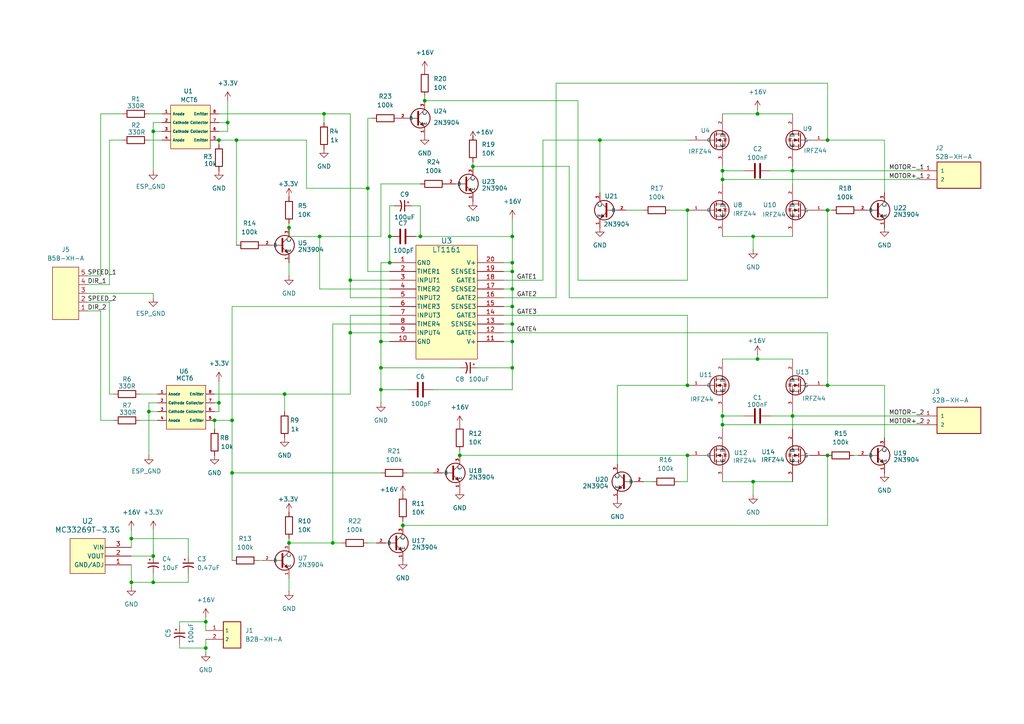
<source format=kicad_sch>
(kicad_sch (version 20250114) (generator "eeschema") (generator_version "9.0")
  (paper "A4")
  (title_block (title "H bridge") (company "ENPH 253 2025 Team 4"))
  (lib_symbols
    (symbol "Device:C" (pin_numbers (hide yes)) (pin_names (offset 0.254))
      (property "Reference" "C" (at 0.635 2.54 0))
      (property "Value" "C" (at 0.635 -2.54 0))
      (symbol "C_0_1"
        (polyline (pts (xy -2.032 0.762) (xy 2.032 0.762)) (stroke (width 0.508)))
        (polyline (pts (xy -2.032 -0.762) (xy 2.032 -0.762)) (stroke (width 0.508)))
      )
      (symbol "C_1_1"
        (pin passive line (at 0 3.81 270) (length 2.794) (name "~") (number "1"))
        (pin passive line (at 0 -3.81 90) (length 2.794) (name "~") (number "2"))
      )
    )
    (symbol "Device:C_Polarized_Small_US" (pin_numbers (hide yes)) (pin_names (offset 0.254) (hide yes))
      (property "Reference" "C" (at 0.254 1.778 0))
      (property "Value" "C_Polarized_Small_US" (at 0.254 -2.032 0))
      (symbol "C_Polarized_Small_US_0_1"
        (polyline (pts (xy -1.524 0.508) (xy 1.524 0.508)) (stroke (width 0.3048)))
        (polyline (pts (xy -1.27 1.524) (xy -0.762 1.524)))
        (polyline (pts (xy -1.016 1.27) (xy -1.016 1.778)))
        (arc (start -1.524 -0.762) (mid 0 -0.3734) (end 1.524 -0.762) (stroke (width 0.3048)))
      )
      (symbol "C_Polarized_Small_US_1_1"
        (pin passive line (at 0 2.54 270) (length 2.032) (name "~") (number "1"))
        (pin passive line (at 0 -2.54 90) (length 2.032) (name "~") (number "2"))
      )
    )
    (symbol "Device:R" (pin_numbers (hide yes)) (pin_names (offset 0))
      (property "Reference" "R" (at 2.032 0 90))
      (property "Value" "R" (at 0 0 90))
      (symbol "R_0_1"
        (rectangle (start -1.016 -2.54) (end 1.016 2.54) (stroke (width 0.254)))
      )
      (symbol "R_1_1"
        (pin passive line (at 0 3.81 270) (length 1.27) (name "~") (number "1"))
        (pin passive line (at 0 -3.81 90) (length 1.27) (name "~") (number "2"))
      )
    )
    (symbol "h-bridge-library:2N3904"
      (property "Reference" "U" (at 10.414 1.524 0))
      (property "Value" "2N3904" (at 13.208 -1.016 0))
      (symbol "2N3904_0_1"
        (polyline (pts (xy 5.715 1.905) (xy 5.715 -1.905)) (stroke (width 0.508)))
        (polyline (pts (xy 5.715 0.635) (xy 7.62 2.54)))
        (polyline (pts (xy 5.715 0) (xy 2.54 0)))
        (polyline (pts (xy 5.715 -0.635) (xy 7.62 -2.54)))
        (circle (center 6.35 0) (radius 2.8194) (stroke (width 0.254)))
      )
      (symbol "2N3904_1_1"
        (polyline (pts (xy 6.35 -1.778) (xy 6.858 -1.27) (xy 7.366 -2.286) (xy 6.35 -1.778)) (fill (type outline)))
        (pin input line (at 0 0 0) (length 2.54) (name "B") (number "2"))
        (pin passive line (at 7.62 5.08 270) (length 2.54) (name "C") (number "3"))
        (pin passive line (at 7.62 -5.08 90) (length 2.54) (name "E") (number "1"))
      )
    )
    (symbol "h-bridge-library:B2B-XH-A"
      (property "Reference" "J" (at 5.588 6.096 0))
      (property "Value" "B2B-XH-A" (at 10.16 3.81 0))
      (symbol "B2B-XH-A_0_0"
        (rectangle (start 5.08 2.54) (end 10.16 -5.08) (stroke (width 0.254)) (fill (type background)))
        (pin passive line (at 0 -2.54 0) (length 5.08) (name "2") (number "2"))
      )
      (symbol "B2B-XH-A_1_0"
        (pin passive line (at 0 0 0) (length 5.08) (name "1") (number "1"))
      )
    )
    (symbol "h-bridge-library:B5B-XH-A"
      (property "Reference" "J" (at 1.016 4.064 0))
      (property "Value" "B5B-XH-A" (at 0 0 0))
      (symbol "B5B-XH-A_1_1"
        (rectangle (start 2.54 2.54) (end 10.16 -12.7) (fill (type background)))
        (pin input line (at 0 0 0) (length 2.54) (name "") (number "1"))
        (pin input line (at 0 -2.54 0) (length 2.54) (name "") (number "2"))
        (pin input line (at 0 -5.08 0) (length 2.54) (name "") (number "3"))
        (pin input line (at 0 -7.62 0) (length 2.54) (name "") (number "4"))
        (pin input line (at 0 -10.16 0) (length 2.54) (name "") (number "5"))
      )
    )
    (symbol "h-bridge-library:IRFZ44"
      (property "Reference" "U" (at 0.762 6.604 0))
      (property "Value" "IRFZ44" (at 0 0 0))
      (symbol "IRFZ44_0_1"
        (polyline (pts (xy 2.794 1.905) (xy 2.794 -1.905)) (stroke (width 0.254)))
        (polyline (pts (xy 2.794 0) (xy 0 0)))
        (polyline (pts (xy 3.302 2.286) (xy 3.302 1.27)) (stroke (width 0.254)))
        (polyline (pts (xy 3.302 0.508) (xy 3.302 -0.508)) (stroke (width 0.254)))
        (polyline (pts (xy 3.302 -1.27) (xy 3.302 -2.286)) (stroke (width 0.254)))
        (polyline (pts (xy 3.302 -1.778) (xy 5.842 -1.778) (xy 5.842 1.778) (xy 3.302 1.778)))
        (polyline (pts (xy 3.556 0) (xy 4.572 0.381) (xy 4.572 -0.381) (xy 3.556 0)) (fill (type outline)))
        (circle (center 4.191 0) (radius 2.794) (stroke (width 0.254)))
        (polyline (pts (xy 5.08 2.54) (xy 5.08 1.778)))
        (circle (center 5.08 1.778) (radius 0.254) (fill (type outline)))
        (circle (center 5.08 -1.778) (radius 0.254) (fill (type outline)))
        (polyline (pts (xy 5.08 -2.54) (xy 5.08 0) (xy 3.302 0)))
        (polyline (pts (xy 5.334 0.508) (xy 5.461 0.381) (xy 6.223 0.381) (xy 6.35 0.254)))
        (polyline (pts (xy 5.842 0.381) (xy 5.461 -0.254) (xy 6.223 -0.254) (xy 5.842 0.381)))
      )
      (symbol "IRFZ44_1_1"
        (pin input line (at -5.08 0 0) (length 5.08) (name "G") (number "1"))
        (pin unspecified line (at 5.08 7.62 270) (length 5.08) (name "D") (number "2"))
        (pin unspecified line (at 5.08 -7.62 90) (length 5.08) (name "S") (number "3"))
      )
    )
    (symbol "h-bridge-library:LT1161" (pin_names (offset 0.254))
      (property "Reference" "U" (at 16.764 9.652 0))
      (property "Value" "LT1161" (at 17.018 7.112 0))
      (symbol "LT1161_0_1"
        (pin power_in line (at 0 0 0) (length 7.62) (name "GND") (number "1"))
        (pin unspecified line (at 0 -2.54 0) (length 7.62) (name "TIMER1") (number "2"))
        (pin input line (at 0 -5.08 0) (length 7.62) (name "INPUT1") (number "3"))
        (pin unspecified line (at 0 -7.62 0) (length 7.62) (name "TIMER2") (number "4"))
        (pin input line (at 0 -10.16 0) (length 7.62) (name "INPUT2") (number "5"))
        (pin unspecified line (at 0 -12.7 0) (length 7.62) (name "TIMER3") (number "6"))
        (pin input line (at 0 -15.24 0) (length 7.62) (name "INPUT3") (number "7"))
        (pin unspecified line (at 0 -17.78 0) (length 7.62) (name "TIMER4") (number "8"))
        (pin input line (at 0 -20.32 0) (length 7.62) (name "INPUT4") (number "9"))
        (pin power_in line (at 0 -22.86 0) (length 7.62) (name "GND") (number "10"))
        (pin power_in line (at 33.02 0 180) (length 7.62) (name "V+") (number "20"))
        (pin unspecified line (at 33.02 -2.54 180) (length 7.62) (name "SENSE1") (number "19"))
        (pin unspecified line (at 33.02 -5.08 180) (length 7.62) (name "GATE1") (number "18"))
        (pin unspecified line (at 33.02 -7.62 180) (length 7.62) (name "SENSE2") (number "17"))
        (pin unspecified line (at 33.02 -10.16 180) (length 7.62) (name "GATE2") (number "16"))
        (pin unspecified line (at 33.02 -12.7 180) (length 7.62) (name "SENSE3") (number "15"))
        (pin unspecified line (at 33.02 -15.24 180) (length 7.62) (name "GATE3") (number "14"))
        (pin unspecified line (at 33.02 -17.78 180) (length 7.62) (name "SENSE4") (number "13"))
        (pin unspecified line (at 33.02 -20.32 180) (length 7.62) (name "GATE4") (number "12"))
        (pin power_in line (at 33.02 -22.86 180) (length 7.62) (name "V+") (number "11"))
      )
      (symbol "LT1161_1_1"
        (rectangle (start 7.62 5.08) (end 25.4 -27.94) (fill (type background)))
      )
    )
    (symbol "h-bridge-library:MC33269T-3.3G" (pin_names (offset 0.254))
      (property "Reference" "U" (at 12.192 6.35 0))
      (property "Value" "MC33269T-3.3G" (at 12.7 3.81 0))
      (symbol "MC33269T-3.3G_0_1"
        (pin bidirectional line (at 0 0 0) (length 7.62) (name "GND/ADJ") (number "1"))
      )
      (symbol "MC33269T-3.3G_1_1"
        (rectangle (start 7.62 2.54) (end 17.78 -7.62) (fill (type background)))
        (pin output line (at 0 -2.54 0) (length 7.62) (name "VOUT") (number "2"))
        (pin input line (at 0 -5.08 0) (length 7.62) (name "VIN") (number "3"))
      )
    )
    (symbol "h-bridge-library:MCT6"
      (property "Reference" "U" (at 8.128 6.35 0))
      (property "Value" "MCT6" (at 8.382 3.81 0))
      (symbol "MCT6_1_1"
        (rectangle (start 2.54 2.54) (end 13.97 -10.16) (fill (type background)))
        (pin input line (at 0 0 0) (length 2.54) (name "Anode") (number "1"))
        (pin output line (at 0 -2.54 0) (length 2.54) (name "Cathode") (number "2"))
        (pin output line (at 0 -5.08 0) (length 2.54) (name "Cathode") (number "3"))
        (pin input line (at 0 -7.62 0) (length 2.54) (name "Anode") (number "4"))
        (pin open_emitter line (at 16.51 0 180) (length 2.54) (name "Emitter") (number "8"))
        (pin open_collector line (at 16.51 -2.54 180) (length 2.54) (name "Collector") (number "7"))
        (pin open_collector line (at 16.51 -5.08 180) (length 2.54) (name "Collector") (number "6"))
        (pin open_emitter line (at 16.51 -7.62 180) (length 2.54) (name "Emitter") (number "5"))
      )
    )
    (symbol "h-bridge-library:S2B-XH-A" (pin_names (offset 1.016))
      (property "Reference" "J" (at 8.89 6.096 0))
      (property "Value" "S2B-XH-A" (at 4.572 3.556 0))
      (symbol "S2B-XH-A_0_0"
        (rectangle (start 5.08 2.54) (end 17.78 -5.08) (stroke (width 0.254)) (fill (type background)))
        (pin passive line (at 0 -2.54 0) (length 5.08) (name "2") (number "2"))
      )
      (symbol "S2B-XH-A_1_0"
        (pin passive line (at 0 0 0) (length 5.08) (name "1") (number "1"))
      )
    )
    (symbol "power:+12V" (power) (pin_numbers (hide yes)) (pin_names (offset 0) (hide yes))
      (property "Value" "+12V" (at 0 3.556 0))
      (symbol "+12V_0_1"
        (polyline (pts (xy -0.762 1.27) (xy 0 2.54)))
        (polyline (pts (xy 0 2.54) (xy 0.762 1.27)))
        (polyline (pts (xy 0 0) (xy 0 2.54)))
      )
      (symbol "+12V_1_1"
        (pin power_in line (at 0 0 90) (length 0) (name "~") (number "1"))
      )
    )
    (symbol "power:+3.3V" (power) (pin_numbers (hide yes)) (pin_names (offset 0) (hide yes))
      (property "Value" "+3.3V" (at 0 3.556 0))
      (symbol "+3.3V_0_1"
        (polyline (pts (xy -0.762 1.27) (xy 0 2.54)))
        (polyline (pts (xy 0 2.54) (xy 0.762 1.27)))
        (polyline (pts (xy 0 0) (xy 0 2.54)))
      )
      (symbol "+3.3V_1_1"
        (pin power_in line (at 0 0 90) (length 0) (name "~") (number "1"))
      )
    )
    (symbol "power:GND" (power) (pin_numbers (hide yes)) (pin_names (offset 0) (hide yes))
      (property "Value" "GND" (at 0 -3.81 0))
      (symbol "GND_0_1"
        (polyline (pts (xy 0 0) (xy 0 -1.27) (xy 1.27 -1.27) (xy 0 -2.54) (xy -1.27 -1.27) (xy 0 -1.27)))
      )
      (symbol "GND_1_1"
        (pin power_in line (at 0 0 270) (length 0) (name "~") (number "1"))
      )
    )
    (symbol "power:GND1" (power) (pin_numbers (hide yes)) (pin_names (offset 0) (hide yes))
      (property "Value" "GND1" (at 0 -3.81 0))
      (symbol "GND1_0_1"
        (polyline (pts (xy 0 0) (xy 0 -1.27) (xy 1.27 -1.27) (xy 0 -2.54) (xy -1.27 -1.27) (xy 0 -1.27)))
      )
      (symbol "GND1_1_1"
        (pin power_in line (at 0 0 270) (length 0) (name "~") (number "1"))
      )
    )
  )
  (junction (at 38.1 168.91))
  (junction (at 106.68 54.61))
  (junction (at 148.59 93.98))
  (junction (at 116.84 152.4))
  (junction (at 148.59 83.82))
  (junction (at 66.04 35.56))
  (junction (at 38.1 156.21))
  (junction (at 44.45 161.29))
  (junction (at 240.03 60.96))
  (junction (at 83.82 66.04))
  (junction (at 59.69 180.34))
  (junction (at 148.59 106.68))
  (junction (at 59.69 187.96))
  (junction (at 148.59 78.74))
  (junction (at 67.31 121.92))
  (junction (at 173.99 40.64))
  (junction (at 133.35 132.08))
  (junction (at 44.45 168.91))
  (junction (at 240.03 132.08))
  (junction (at 93.98 33.02))
  (junction (at 209.55 49.53))
  (junction (at 110.49 113.03))
  (junction (at 83.82 157.48))
  (junction (at 219.71 104.14))
  (junction (at 63.5 116.84))
  (junction (at 199.39 111.76))
  (junction (at 67.31 137.16))
  (junction (at 148.59 99.06))
  (junction (at 113.03 76.2))
  (junction (at 62.23 121.92))
  (junction (at 92.71 68.58))
  (junction (at 113.03 68.58))
  (junction (at 137.16 48.26))
  (junction (at 121.92 68.58))
  (junction (at 63.5 40.64))
  (junction (at 82.55 114.3))
  (junction (at 218.44 68.58))
  (junction (at 148.59 88.9))
  (junction (at 110.49 99.06))
  (junction (at 199.39 60.96))
  (junction (at 68.58 40.64))
  (junction (at 148.59 68.58))
  (junction (at 123.19 29.21))
  (junction (at 209.55 120.65))
  (junction (at 43.18 119.38))
  (junction (at 229.87 120.65))
  (junction (at 229.87 49.53))
  (junction (at 218.44 139.7))
  (junction (at 101.6 96.52))
  (junction (at 199.39 132.08))
  (junction (at 219.71 33.02))
  (junction (at 240.03 111.76))
  (junction (at 110.49 106.68))
  (junction (at 96.52 157.48))
  (junction (at 44.45 38.1))
  (junction (at 148.59 76.2))
  (junction (at 101.6 81.28))
  (junction (at 240.03 40.64))
  (junction (at 209.55 52.07))
  (junction (at 209.55 123.19))
  (wire (pts (xy 199.39 81.28) (xy 199.39 60.96)))
  (wire (pts (xy 59.69 187.96) (xy 59.69 189.23)))
  (wire (pts (xy 256.54 40.64) (xy 256.54 55.88)))
  (wire (pts (xy 93.98 33.02) (xy 93.98 35.56)))
  (wire (pts (xy 44.45 49.53) (xy 44.45 38.1)))
  (wire (pts (xy 110.49 68.58) (xy 110.49 53.34)))
  (wire (pts (xy 148.59 93.98) (xy 148.59 99.06)))
  (wire (pts (xy 167.64 29.21) (xy 167.64 81.28)))
  (wire (pts (xy 146.05 93.98) (xy 148.59 93.98)))
  (wire (pts (xy 209.55 52.07) (xy 209.55 53.34)))
  (wire (pts (xy 63.5 33.02) (xy 93.98 33.02)))
  (wire (pts (xy 92.71 68.58) (xy 110.49 68.58)))
  (wire (pts (xy 209.55 123.19) (xy 209.55 124.46)))
  (wire (pts (xy 59.69 185.42) (xy 59.69 187.96)))
  (wire (pts (xy 186.69 139.7) (xy 189.23 139.7)))
  (wire (pts (xy 186.69 60.96) (xy 181.61 60.96)))
  (wire (pts (xy 110.49 113.03) (xy 110.49 116.84)))
  (wire (pts (xy 161.29 24.13) (xy 240.03 24.13)))
  (wire (pts (xy 209.55 48.26) (xy 209.55 49.53)))
  (wire (pts (xy 148.59 88.9) (xy 148.59 93.98)))
  (wire (pts (xy 38.1 161.29) (xy 44.45 161.29)))
  (wire (pts (xy 209.55 49.53) (xy 209.55 52.07)))
  (wire (pts (xy 137.16 48.26) (xy 165.1 48.26)))
  (wire (pts (xy 101.6 91.44) (xy 113.03 91.44)))
  (wire (pts (xy 137.16 39.37) (xy 137.16 40.64)))
  (wire (pts (xy 92.71 68.58) (xy 92.71 83.82)))
  (wire (pts (xy 209.55 120.65) (xy 209.55 123.19)))
  (wire (pts (xy 31.75 87.63) (xy 31.75 114.3)))
  (wire (pts (xy 240.03 152.4) (xy 240.03 132.08)))
  (wire (pts (xy 52.07 187.96) (xy 52.07 186.69)))
  (wire (pts (xy 116.84 152.4) (xy 240.03 152.4)))
  (wire (pts (xy 229.87 120.65) (xy 266.7 120.65)))
  (wire (pts (xy 223.52 120.65) (xy 229.87 120.65)))
  (wire (pts (xy 62.23 119.38) (xy 63.5 119.38)))
  (wire (pts (xy 63.5 119.38) (xy 63.5 116.84)))
  (wire (pts (xy 209.55 104.14) (xy 219.71 104.14)))
  (wire (pts (xy 113.03 76.2) (xy 110.49 76.2)))
  (wire (pts (xy 110.49 53.34) (xy 121.92 53.34)))
  (wire (pts (xy 148.59 113.03) (xy 125.73 113.03)))
  (wire (pts (xy 74.93 162.56) (xy 76.2 162.56)))
  (wire (pts (xy 83.82 157.48) (xy 96.52 157.48)))
  (wire (pts (xy 138.43 106.68) (xy 148.59 106.68)))
  (wire (pts (xy 83.82 76.2) (xy 83.82 80.01)))
  (wire (pts (xy 83.82 157.48) (xy 83.82 156.21)))
  (wire (pts (xy 165.1 86.36) (xy 240.03 86.36)))
  (wire (pts (xy 45.72 116.84) (xy 43.18 116.84)))
  (wire (pts (xy 83.82 68.58) (xy 92.71 68.58)))
  (wire (pts (xy 209.55 119.38) (xy 209.55 120.65)))
  (wire (pts (xy 67.31 137.16) (xy 67.31 162.56)))
  (wire (pts (xy 66.04 38.1) (xy 66.04 35.56)))
  (wire (pts (xy 29.21 33.02) (xy 35.56 33.02)))
  (wire (pts (xy 44.45 35.56) (xy 44.45 38.1)))
  (wire (pts (xy 63.5 110.49) (xy 63.5 116.84)))
  (wire (pts (xy 256.54 111.76) (xy 256.54 127)))
  (wire (pts (xy 116.84 151.13) (xy 116.84 152.4)))
  (wire (pts (xy 137.16 46.99) (xy 137.16 48.26)))
  (wire (pts (xy 25.4 85.09) (xy 44.45 85.09)))
  (wire (pts (xy 67.31 88.9) (xy 113.03 88.9)))
  (wire (pts (xy 31.75 114.3) (xy 33.02 114.3)))
  (wire (pts (xy 148.59 99.06) (xy 148.59 106.68)))
  (wire (pts (xy 38.1 156.21) (xy 54.61 156.21)))
  (wire (pts (xy 40.64 114.3) (xy 45.72 114.3)))
  (wire (pts (xy 110.49 106.68) (xy 110.49 113.03)))
  (wire (pts (xy 209.55 120.65) (xy 215.9 120.65)))
  (wire (pts (xy 229.87 33.02) (xy 219.71 33.02)))
  (wire (pts (xy 114.3 59.69) (xy 113.03 59.69)))
  (wire (pts (xy 38.1 163.83) (xy 38.1 168.91)))
  (wire (pts (xy 25.4 90.17) (xy 29.21 90.17)))
  (wire (pts (xy 52.07 181.61) (xy 52.07 180.34)))
  (wire (pts (xy 43.18 132.08) (xy 43.18 119.38)))
  (wire (pts (xy 52.07 180.34) (xy 59.69 180.34)))
  (wire (pts (xy 199.39 139.7) (xy 199.39 132.08)))
  (wire (pts (xy 106.68 54.61) (xy 106.68 78.74)))
  (wire (pts (xy 59.69 180.34) (xy 59.69 179.07)))
  (wire (pts (xy 67.31 88.9) (xy 67.31 121.92)))
  (wire (pts (xy 96.52 93.98) (xy 96.52 157.48)))
  (wire (pts (xy 223.52 49.53) (xy 229.87 49.53)))
  (wire (pts (xy 29.21 121.92) (xy 33.02 121.92)))
  (wire (pts (xy 247.65 132.08) (xy 248.92 132.08)))
  (wire (pts (xy 199.39 91.44) (xy 199.39 111.76)))
  (wire (pts (xy 110.49 137.16) (xy 67.31 137.16)))
  (wire (pts (xy 148.59 106.68) (xy 148.59 113.03)))
  (wire (pts (xy 179.07 111.76) (xy 199.39 111.76)))
  (wire (pts (xy 209.55 52.07) (xy 266.7 52.07)))
  (wire (pts (xy 113.03 68.58) (xy 113.03 76.2)))
  (wire (pts (xy 44.45 38.1) (xy 46.99 38.1)))
  (wire (pts (xy 123.19 27.94) (xy 123.19 29.21)))
  (wire (pts (xy 209.55 68.58) (xy 218.44 68.58)))
  (wire (pts (xy 62.23 124.46) (xy 62.23 121.92)))
  (wire (pts (xy 218.44 139.7) (xy 229.87 139.7)))
  (wire (pts (xy 229.87 49.53) (xy 266.7 49.53)))
  (wire (pts (xy 25.4 87.63) (xy 31.75 87.63)))
  (wire (pts (xy 38.1 153.67) (xy 38.1 156.21)))
  (wire (pts (xy 240.03 111.76) (xy 256.54 111.76)))
  (wire (pts (xy 133.35 130.81) (xy 133.35 132.08)))
  (wire (pts (xy 146.05 88.9) (xy 148.59 88.9)))
  (wire (pts (xy 240.03 60.96) (xy 240.03 86.36)))
  (wire (pts (xy 209.55 123.19) (xy 266.7 123.19)))
  (wire (pts (xy 148.59 68.58) (xy 148.59 76.2)))
  (wire (pts (xy 101.6 81.28) (xy 101.6 86.36)))
  (wire (pts (xy 43.18 40.64) (xy 46.99 40.64)))
  (wire (pts (xy 173.99 40.64) (xy 173.99 55.88)))
  (wire (pts (xy 101.6 86.36) (xy 113.03 86.36)))
  (wire (pts (xy 83.82 167.64) (xy 83.82 171.45)))
  (wire (pts (xy 110.49 113.03) (xy 118.11 113.03)))
  (wire (pts (xy 66.04 29.21) (xy 66.04 35.56)))
  (wire (pts (xy 44.45 166.37) (xy 44.45 168.91)))
  (wire (pts (xy 54.61 166.37) (xy 54.61 168.91)))
  (wire (pts (xy 133.35 132.08) (xy 199.39 132.08)))
  (wire (pts (xy 44.45 85.09) (xy 44.45 86.36)))
  (wire (pts (xy 66.04 35.56) (xy 63.5 35.56)))
  (wire (pts (xy 67.31 121.92) (xy 67.31 137.16)))
  (wire (pts (xy 59.69 182.88) (xy 59.69 180.34)))
  (wire (pts (xy 240.03 40.64) (xy 256.54 40.64)))
  (wire (pts (xy 148.59 78.74) (xy 148.59 83.82)))
  (wire (pts (xy 179.07 134.62) (xy 179.07 111.76)))
  (wire (pts (xy 62.23 114.3) (xy 82.55 114.3)))
  (wire (pts (xy 101.6 33.02) (xy 93.98 33.02)))
  (wire (pts (xy 82.55 114.3) (xy 82.55 119.38)))
  (wire (pts (xy 148.59 83.82) (xy 148.59 88.9)))
  (wire (pts (xy 106.68 78.74) (xy 113.03 78.74)))
  (wire (pts (xy 209.55 33.02) (xy 219.71 33.02)))
  (wire (pts (xy 63.5 40.64) (xy 63.5 41.91)))
  (wire (pts (xy 83.82 68.58) (xy 83.82 66.04)))
  (wire (pts (xy 62.23 121.92) (xy 67.31 121.92)))
  (wire (pts (xy 106.68 157.48) (xy 109.22 157.48)))
  (wire (pts (xy 110.49 106.68) (xy 133.35 106.68)))
  (wire (pts (xy 101.6 96.52) (xy 113.03 96.52)))
  (wire (pts (xy 31.75 82.55) (xy 31.75 40.64)))
  (wire (pts (xy 219.71 104.14) (xy 229.87 104.14)))
  (wire (pts (xy 101.6 33.02) (xy 101.6 81.28)))
  (wire (pts (xy 229.87 49.53) (xy 229.87 53.34)))
  (wire (pts (xy 146.05 91.44) (xy 199.39 91.44)))
  (wire (pts (xy 68.58 40.64) (xy 68.58 71.12)))
  (wire (pts (xy 121.92 68.58) (xy 148.59 68.58)))
  (wire (pts (xy 88.9 40.64) (xy 88.9 54.61)))
  (wire (pts (xy 157.48 40.64) (xy 173.99 40.64)))
  (wire (pts (xy 46.99 35.56) (xy 44.45 35.56)))
  (wire (pts (xy 88.9 54.61) (xy 106.68 54.61)))
  (wire (pts (xy 229.87 120.65) (xy 229.87 119.38)))
  (wire (pts (xy 121.92 59.69) (xy 119.38 59.69)))
  (wire (pts (xy 146.05 96.52) (xy 240.03 96.52)))
  (wire (pts (xy 92.71 83.82) (xy 113.03 83.82)))
  (wire (pts (xy 40.64 121.92) (xy 45.72 121.92)))
  (wire (pts (xy 120.65 68.58) (xy 121.92 68.58)))
  (wire (pts (xy 146.05 83.82) (xy 148.59 83.82)))
  (wire (pts (xy 101.6 81.28) (xy 113.03 81.28)))
  (wire (pts (xy 38.1 168.91) (xy 38.1 170.18)))
  (wire (pts (xy 43.18 116.84) (xy 43.18 119.38)))
  (wire (pts (xy 63.5 116.84) (xy 62.23 116.84)))
  (wire (pts (xy 148.59 76.2) (xy 148.59 78.74)))
  (wire (pts (xy 43.18 33.02) (xy 46.99 33.02)))
  (wire (pts (xy 82.55 114.3) (xy 101.6 114.3)))
  (wire (pts (xy 196.85 139.7) (xy 199.39 139.7)))
  (wire (pts (xy 25.4 80.01) (xy 29.21 80.01)))
  (wire (pts (xy 218.44 68.58) (xy 229.87 68.58)))
  (wire (pts (xy 219.71 31.75) (xy 219.71 33.02)))
  (wire (pts (xy 38.1 168.91) (xy 44.45 168.91)))
  (wire (pts (xy 165.1 48.26) (xy 165.1 86.36)))
  (wire (pts (xy 43.18 119.38) (xy 45.72 119.38)))
  (wire (pts (xy 229.87 120.65) (xy 229.87 124.46)))
  (wire (pts (xy 101.6 91.44) (xy 101.6 96.52)))
  (wire (pts (xy 38.1 156.21) (xy 38.1 158.75)))
  (wire (pts (xy 83.82 66.04) (xy 83.82 64.77)))
  (wire (pts (xy 110.49 99.06) (xy 113.03 99.06)))
  (wire (pts (xy 29.21 80.01) (xy 29.21 33.02)))
  (wire (pts (xy 106.68 34.29) (xy 107.95 34.29)))
  (wire (pts (xy 241.3 60.96) (xy 240.03 60.96)))
  (wire (pts (xy 121.92 68.58) (xy 121.92 59.69)))
  (wire (pts (xy 161.29 86.36) (xy 161.29 24.13)))
  (wire (pts (xy 68.58 40.64) (xy 88.9 40.64)))
  (wire (pts (xy 148.59 76.2) (xy 146.05 76.2)))
  (wire (pts (xy 229.87 49.53) (xy 229.87 48.26)))
  (wire (pts (xy 148.59 63.5) (xy 148.59 68.58)))
  (wire (pts (xy 44.45 168.91) (xy 54.61 168.91)))
  (wire (pts (xy 113.03 59.69) (xy 113.03 68.58)))
  (wire (pts (xy 101.6 114.3) (xy 101.6 96.52)))
  (wire (pts (xy 44.45 153.67) (xy 44.45 161.29)))
  (wire (pts (xy 123.19 29.21) (xy 167.64 29.21)))
  (wire (pts (xy 110.49 99.06) (xy 110.49 106.68)))
  (wire (pts (xy 167.64 81.28) (xy 199.39 81.28)))
  (wire (pts (xy 209.55 49.53) (xy 215.9 49.53)))
  (wire (pts (xy 146.05 78.74) (xy 148.59 78.74)))
  (wire (pts (xy 25.4 82.55) (xy 31.75 82.55)))
  (wire (pts (xy 218.44 68.58) (xy 218.44 72.39)))
  (wire (pts (xy 31.75 40.64) (xy 35.56 40.64)))
  (wire (pts (xy 110.49 76.2) (xy 110.49 99.06)))
  (wire (pts (xy 146.05 81.28) (xy 157.48 81.28)))
  (wire (pts (xy 29.21 90.17) (xy 29.21 121.92)))
  (wire (pts (xy 106.68 54.61) (xy 106.68 34.29)))
  (wire (pts (xy 52.07 187.96) (xy 59.69 187.96)))
  (wire (pts (xy 157.48 81.28) (xy 157.48 40.64)))
  (wire (pts (xy 194.31 60.96) (xy 199.39 60.96)))
  (wire (pts (xy 96.52 157.48) (xy 99.06 157.48)))
  (wire (pts (xy 96.52 93.98) (xy 113.03 93.98)))
  (wire (pts (xy 218.44 139.7) (xy 218.44 143.51)))
  (wire (pts (xy 148.59 99.06) (xy 146.05 99.06)))
  (wire (pts (xy 240.03 24.13) (xy 240.03 40.64)))
  (wire (pts (xy 54.61 156.21) (xy 54.61 161.29)))
  (wire (pts (xy 63.5 38.1) (xy 66.04 38.1)))
  (wire (pts (xy 219.71 102.87) (xy 219.71 104.14)))
  (wire (pts (xy 173.99 40.64) (xy 199.39 40.64)))
  (wire (pts (xy 209.55 139.7) (xy 218.44 139.7)))
  (wire (pts (xy 118.11 137.16) (xy 125.73 137.16)))
  (wire (pts (xy 146.05 86.36) (xy 161.29 86.36)))
  (wire (pts (xy 63.5 40.64) (xy 68.58 40.64)))
  (wire (pts (xy 240.03 96.52) (xy 240.03 111.76)))
  (label "GATE2" (at 149.86 86.36 0))
  (label "MOTOR-_1" (at 257.81 49.53 0))
  (label "GATE3" (at 149.86 91.44 0))
  (label "MOTOR-_2" (at 257.81 120.65 0))
  (label "SPEED_1" (at 25.4 80.01 0))
  (label "GATE4" (at 149.86 96.52 0))
  (label "MOTOR+_2" (at 257.81 123.19 0))
  (label "MOTOR+_1" (at 257.81 52.07 0))
  (label "DIR_2" (at 25.4 90.17 0))
  (label "GATE1" (at 149.86 81.28 0))
  (label "DIR_1" (at 25.4 82.55 0))
  (label "SPEED_2" (at 25.4 87.63 0))
  (symbol (lib_id "power:GND") (at 218.44 72.39 0) (unit 1)
    (property "Reference" "#PWR017" (effects (hide yes)))
    (property "Value" "GND" (at 218.44 77.47 0))
    (property "Description" "Power symbol creates a global label with name \"GND\" , ground" (effects (hide yes)))
  )
  (symbol (lib_id "Device:R") (at 133.35 127 0) (unit 1)
    (property "Reference" "R12" (at 135.89 125.7299 0) (effects (justify left)))
    (property "Value" "10K" (at 135.89 128.2699 0) (effects (justify left)))
    (property "Footprint" "Resistor_THT:R_Axial_DIN0309_L9.0mm_D3.2mm_P12.70mm_Horizontal" (effects (hide yes)))
    (property "Description" "Resistor" (effects (hide yes)))
  )
  (symbol (lib_id "Device:R") (at 82.55 123.19 0) (unit 1)
    (property "Reference" "R9" (at 84.074 121.92 0) (effects (justify left)))
    (property "Value" "1k" (at 84.328 124.46 0) (effects (justify left)))
    (property "Footprint" "Resistor_THT:R_Axial_DIN0309_L9.0mm_D3.2mm_P12.70mm_Horizontal" (effects (hide yes)))
    (property "Description" "Resistor" (effects (hide yes)))
  )
  (symbol (lib_id "h-bridge-library:MC33269T-3.3G") (at 38.1 163.83 180) (unit 1)
    (property "Reference" "U2" (at 25.4 151.13 0) (effects (font (size 1.524 1.524))))
    (property "Value" "MC33269T-3.3G" (at 25.4 153.67 0) (effects (font (size 1.524 1.524))))
    (property "Footprint" "Package_TO_SOT_THT:TO-220-3_Vertical" (effects (hide yes)))
    (property "Description" "3V3 Linear Regulator" (effects (hide yes)))
  )
  (symbol (lib_id "power:GND") (at 116.84 162.56 0) (unit 1)
    (property "Reference" "#PWR020" (effects (hide yes)))
    (property "Value" "GND" (at 116.84 167.64 0))
    (property "Description" "Power symbol creates a global label with name \"GND\" , ground" (effects (hide yes)))
  )
  (symbol (lib_id "Device:R") (at 72.39 71.12 90) (unit 1)
    (property "Reference" "R14" (at 72.39 64.77 90))
    (property "Value" "100k" (at 72.39 67.31 90))
    (property "Footprint" "Resistor_THT:R_Axial_DIN0411_L9.9mm_D3.6mm_P12.70mm_Horizontal" (effects (hide yes)))
    (property "Description" "Resistor" (effects (hide yes)))
  )
  (symbol (lib_id "Device:R") (at 83.82 60.96 0) (unit 1)
    (property "Reference" "R5" (at 86.36 59.6899 0) (effects (justify left)))
    (property "Value" "10K" (at 86.36 62.2299 0) (effects (justify left)))
    (property "Footprint" "Resistor_THT:R_Axial_DIN0309_L9.0mm_D3.2mm_P12.70mm_Horizontal" (effects (hide yes)))
    (property "Description" "Resistor" (effects (hide yes)))
  )
  (symbol (lib_id "h-bridge-library:2N3904") (at 248.92 132.08 0) (unit 1)
    (property "Reference" "U19" (at 259.08 131.4449 0) (effects (justify left)))
    (property "Value" "2N3904" (at 259.08 133.35 0) (effects (justify left)))
    (property "Footprint" "Package_TO_SOT_THT:TO-92" (effects (hide yes)))
    (property "Description" "NPN BJT" (effects (hide yes)))
  )
  (symbol (lib_id "h-bridge-library:IRFZ44") (at 234.95 132.08 0) (mirror y) (unit 1)
    (property "Reference" "U14" (at 224.79 131.064 0) (effects (justify left)))
    (property "Value" "IRFZ44" (at 227.584 133.35 0) (effects (justify left)))
    (property "Footprint" "Package_TO_SOT_THT:TO-220-3_Vertical" (effects (hide yes)))
    (property "Description" "N-type MOSFET" (effects (hide yes)))
  )
  (symbol (lib_id "power:GND") (at 173.99 66.04 0) (unit 1)
    (property "Reference" "#PWR025" (effects (hide yes)))
    (property "Value" "GND" (at 173.99 71.12 0))
    (property "Description" "Power symbol creates a global label with name \"GND\" , ground" (effects (hide yes)))
  )
  (symbol (lib_id "power:GND1") (at 44.45 49.53 0) (unit 1)
    (property "Reference" "#PWR01" (effects (hide yes)))
    (property "Value" "ESP_GND" (at 39.37 54.102 0) (effects (justify left)))
    (property "Description" "Power symbol creates a global label with name \"GND1\" , ground" (effects (hide yes)))
  )
  (symbol (lib_id "power:GND") (at 82.55 127 0) (unit 1)
    (property "Reference" "#PWR012" (effects (hide yes)))
    (property "Value" "GND" (at 82.55 132.08 0))
    (property "Description" "Power symbol creates a global label with name \"GND\" , ground" (effects (hide yes)))
  )
  (symbol (lib_id "power:+3.3V") (at 83.82 148.59 0) (unit 1)
    (property "Reference" "#PWR013" (effects (hide yes)))
    (property "Value" "+3.3V" (at 83.566 144.78 0))
    (property "Description" "Power symbol creates a global label with name \"+3.3V\"" (effects (hide yes)))
  )
  (symbol (lib_id "Device:R") (at 62.23 128.27 0) (unit 1)
    (property "Reference" "R8" (at 63.754 127 0) (effects (justify left)))
    (property "Value" "10k" (at 64.008 129.54 0) (effects (justify left)))
    (property "Footprint" "Resistor_THT:R_Axial_DIN0309_L9.0mm_D3.2mm_P12.70mm_Horizontal" (effects (hide yes)))
    (property "Description" "Resistor" (effects (hide yes)))
  )
  (symbol (lib_id "Device:R") (at 36.83 121.92 90) (unit 1)
    (property "Reference" "R7" (at 36.83 117.602 90))
    (property "Value" "330R" (at 37.084 119.634 90))
    (property "Footprint" "Resistor_THT:R_Axial_DIN0309_L9.0mm_D3.2mm_P12.70mm_Horizontal" (effects (hide yes)))
    (property "Description" "Resistor" (effects (hide yes)))
  )
  (symbol (lib_id "h-bridge-library:IRFZ44") (at 204.47 40.64 0) (unit 1)
    (property "Reference" "U4" (at 203.2 37.846 0) (effects (justify left)))
    (property "Value" "IRFZ44" (at 199.644 43.942 0) (effects (justify left)))
    (property "Footprint" "Package_TO_SOT_THT:TO-220-3_Vertical" (effects (hide yes)))
    (property "Description" "N-type MOSFET" (effects (hide yes)))
  )
  (symbol (lib_id "Device:R") (at 71.12 162.56 90) (unit 1)
    (property "Reference" "R13" (at 71.12 156.21 90))
    (property "Value" "100k" (at 71.12 158.75 90))
    (property "Footprint" "Resistor_THT:R_Axial_DIN0411_L9.9mm_D3.6mm_P12.70mm_Horizontal" (effects (hide yes)))
    (property "Description" "Resistor" (effects (hide yes)))
  )
  (symbol (lib_id "h-bridge-library:S2B-XH-A") (at 266.7 120.65 0) (unit 1)
    (property "Reference" "J3" (at 270.256 113.538 0) (effects (justify left)))
    (property "Value" "S2B-XH-A" (at 270.256 116.078 0) (effects (justify left)))
    (property "Footprint" "h-bridge-pcb-lib:JST_S2B-XH-A" (effects (hide yes)))
    (property "Description" "JST connector 2 pin 90 degrees" (effects (hide yes)))
  )
  (symbol (lib_id "power:+12V") (at 38.1 153.67 0) (unit 1)
    (property "Reference" "#PWR032" (effects (hide yes)))
    (property "Value" "+16V" (at 38.1 148.59 0))
    (property "Description" "Power symbol creates a global label with name \"+12V\"" (effects (hide yes)))
  )
  (symbol (lib_id "power:GND") (at 63.5 49.53 0) (unit 1)
    (property "Reference" "#PWR03" (effects (hide yes)))
    (property "Value" "GND" (at 63.5 54.61 0))
    (property "Description" "Power symbol creates a global label with name \"GND\" , ground" (effects (hide yes)))
  )
  (symbol (lib_id "power:+12V") (at 148.59 63.5 0) (unit 1)
    (property "Reference" "#PWR010" (effects (hide yes)))
    (property "Value" "+16V" (at 148.59 58.42 0))
    (property "Description" "Power symbol creates a global label with name \"+12V\"" (effects (hide yes)))
  )
  (symbol (lib_id "Device:R") (at 193.04 139.7 90) (unit 1)
    (property "Reference" "R16" (at 193.04 133.35 90))
    (property "Value" "100k" (at 193.04 135.89 90))
    (property "Footprint" "Resistor_THT:R_Axial_DIN0411_L9.9mm_D3.6mm_P12.70mm_Horizontal" (effects (hide yes)))
    (property "Description" "Resistor" (effects (hide yes)))
  )
  (symbol (lib_id "h-bridge-library:LT1161") (at 113.03 76.2 0) (unit 1)
    (property "Reference" "U3" (at 129.54 69.85 0) (effects (font (size 1.524 1.524))))
    (property "Value" "LT1161" (at 129.54 72.39 0) (effects (font (size 1.524 1.524))))
    (property "Footprint" "Package_DIP:DIP-20_W7.62mm_Socket" (effects (hide yes)))
    (property "Datasheet" "LT1161CSW-TRPBF" (effects (hide yes)))
    (property "Description" "Gate Driver" (effects (hide yes)))
  )
  (symbol (lib_id "h-bridge-library:2N3904") (at 115.57 34.29 0) (unit 1)
    (property "Reference" "U24" (at 125.73 32.258 0) (effects (justify left)))
    (property "Value" "2N3904" (at 125.73 35.56 0) (effects (justify left)))
    (property "Footprint" "Package_TO_SOT_THT:TO-92" (effects (hide yes)))
    (property "Description" "NPN BJT" (effects (hide yes)))
  )
  (symbol (lib_id "Device:R") (at 243.84 132.08 90) (unit 1)
    (property "Reference" "R15" (at 243.84 125.73 90))
    (property "Value" "100k" (at 243.84 128.27 90))
    (property "Footprint" "Resistor_THT:R_Axial_DIN0411_L9.9mm_D3.6mm_P12.70mm_Horizontal" (effects (hide yes)))
    (property "Description" "Resistor" (effects (hide yes)))
  )
  (symbol (lib_id "h-bridge-library:IRFZ44") (at 234.95 111.76 0) (mirror y) (unit 1)
    (property "Reference" "U13" (at 234.696 107.95 0) (effects (justify left)))
    (property "Value" "IRFZ44" (at 239.522 115.57 0) (effects (justify left)))
    (property "Footprint" "Package_TO_SOT_THT:TO-220-3_Vertical" (effects (hide yes)))
    (property "Description" "N-type MOSFET" (effects (hide yes)))
  )
  (symbol (lib_id "h-bridge-library:IRFZ44") (at 234.95 40.64 0) (mirror y) (unit 1)
    (property "Reference" "U9" (at 234.188 37.338 0))
    (property "Value" "IRFZ44" (at 236.474 43.688 0))
    (property "Footprint" "Package_TO_SOT_THT:TO-220-3_Vertical" (effects (hide yes)))
    (property "Description" "N-type MOSFET" (effects (hide yes)))
  )
  (symbol (lib_id "h-bridge-library:2N3904") (at 125.73 137.16 0) (unit 1)
    (property "Reference" "U18" (at 135.89 136.5249 0) (effects (justify left)))
    (property "Value" "2N3904" (at 135.89 138.43 0) (effects (justify left)))
    (property "Footprint" "Package_TO_SOT_THT:TO-92" (effects (hide yes)))
    (property "Description" "NPN BJT" (effects (hide yes)))
  )
  (symbol (lib_id "power:GND") (at 133.35 142.24 0) (unit 1)
    (property "Reference" "#PWR022" (effects (hide yes)))
    (property "Value" "GND" (at 133.35 147.32 0))
    (property "Description" "Power symbol creates a global label with name \"GND\" , ground" (effects (hide yes)))
  )
  (symbol (lib_id "h-bridge-library:2N3904") (at 76.2 71.12 0) (unit 1)
    (property "Reference" "U5" (at 86.36 70.4849 0) (effects (justify left)))
    (property "Value" "2N3904" (at 86.36 72.39 0) (effects (justify left)))
    (property "Footprint" "Package_TO_SOT_THT:TO-92" (effects (hide yes)))
    (property "Description" "NPN BJT" (effects (hide yes)))
  )
  (symbol (lib_id "power:+12V") (at 116.84 143.51 0) (unit 1)
    (property "Reference" "#PWR019" (effects (hide yes)))
    (property "Value" "+16V" (at 112.776 141.986 0))
    (property "Description" "Power symbol creates a global label with name \"+12V\"" (effects (hide yes)))
  )
  (symbol (lib_id "Device:R") (at 116.84 147.32 0) (unit 1)
    (property "Reference" "R11" (at 119.38 146.0499 0) (effects (justify left)))
    (property "Value" "10K" (at 119.38 148.5899 0) (effects (justify left)))
    (property "Footprint" "Resistor_THT:R_Axial_DIN0309_L9.0mm_D3.2mm_P12.70mm_Horizontal" (effects (hide yes)))
    (property "Description" "Resistor" (effects (hide yes)))
  )
  (symbol (lib_id "Device:R") (at 123.19 24.13 0) (unit 1)
    (property "Reference" "R20" (at 125.73 22.8599 0) (effects (justify left)))
    (property "Value" "10K" (at 125.73 25.3999 0) (effects (justify left)))
    (property "Footprint" "Resistor_THT:R_Axial_DIN0309_L9.0mm_D3.2mm_P12.70mm_Horizontal" (effects (hide yes)))
    (property "Description" "Resistor" (effects (hide yes)))
  )
  (symbol (lib_id "Device:R") (at 125.73 53.34 90) (unit 1)
    (property "Reference" "R24" (at 125.73 46.99 90))
    (property "Value" "100k" (at 125.73 49.53 90))
    (property "Footprint" "Resistor_THT:R_Axial_DIN0411_L9.9mm_D3.6mm_P12.70mm_Horizontal" (effects (hide yes)))
    (property "Description" "Resistor" (effects (hide yes)))
  )
  (symbol (lib_id "Device:R") (at 36.83 114.3 90) (unit 1)
    (property "Reference" "R6" (at 36.83 109.982 90))
    (property "Value" "330R" (at 36.83 112.014 90))
    (property "Footprint" "Resistor_THT:R_Axial_DIN0309_L9.0mm_D3.2mm_P12.70mm_Horizontal" (effects (hide yes)))
    (property "Description" "Resistor" (effects (hide yes)))
  )
  (symbol (lib_id "power:GND1") (at 44.45 86.36 0) (unit 1)
    (property "Reference" "#PWR034" (effects (hide yes)))
    (property "Value" "ESP_GND" (at 39.37 90.932 0) (effects (justify left)))
    (property "Description" "Power symbol creates a global label with name \"GND1\" , ground" (effects (hide yes)))
  )
  (symbol (lib_id "Device:R") (at 114.3 137.16 90) (unit 1)
    (property "Reference" "R21" (at 114.3 130.81 90))
    (property "Value" "100k" (at 114.3 133.35 90))
    (property "Footprint" "Resistor_THT:R_Axial_DIN0411_L9.9mm_D3.6mm_P12.70mm_Horizontal" (effects (hide yes)))
    (property "Description" "Resistor" (effects (hide yes)))
  )
  (symbol (lib_id "h-bridge-library:B5B-XH-A") (at 25.4 90.17 180) (unit 1)
    (property "Reference" "J5" (at 19.05 72.39 0))
    (property "Value" "B5B-XH-A" (at 19.05 74.93 0))
    (property "Footprint" "h-bridge-pcb-lib:JST_B5B-XH-A" (effects (hide yes)))
    (property "Description" "5 pin JST connector vertical" (effects (hide yes)))
  )
  (symbol (lib_id "Device:C_Polarized_Small_US") (at 52.07 184.15 0) (unit 1)
    (property "Reference" "C5" (at 48.768 183.642 90))
    (property "Value" "100uF" (at 55.372 183.642 90))
    (property "Footprint" "Capacitor_THT:CP_Radial_D6.3mm_P2.50mm" (effects (hide yes)))
    (property "Description" "Polarized capacitor, small US symbol" (effects (hide yes)))
  )
  (symbol (lib_id "power:GND1") (at 43.18 132.08 0) (unit 1)
    (property "Reference" "#PWR07" (effects (hide yes)))
    (property "Value" "ESP_GND" (at 38.1 136.652 0) (effects (justify left)))
    (property "Description" "Power symbol creates a global label with name \"GND1\" , ground" (effects (hide yes)))
  )
  (symbol (lib_id "power:GND") (at 93.98 43.18 0) (unit 1)
    (property "Reference" "#PWR04" (effects (hide yes)))
    (property "Value" "GND" (at 93.98 48.26 0))
    (property "Description" "Power symbol creates a global label with name \"GND\" , ground" (effects (hide yes)))
  )
  (symbol (lib_id "h-bridge-library:MCT6") (at 46.99 33.02 0) (unit 1)
    (property "Reference" "U1" (at 54.61 26.416 0))
    (property "Value" "MCT6" (at 54.864 28.956 0))
    (property "Footprint" "Package_DIP:DIP-8_W7.62mm_Socket" (effects (hide yes)))
    (property "Description" "Optocoupler" (effects (hide yes)))
  )
  (symbol (lib_id "Device:C_Polarized_Small_US") (at 54.61 163.83 0) (unit 1)
    (property "Reference" "C3" (at 57.15 162.1281 0) (effects (justify left)))
    (property "Value" "0.47uF" (at 57.15 164.6681 0) (effects (justify left)))
    (property "Footprint" "Capacitor_THT:CP_Radial_D5.0mm_P2.50mm" (effects (hide yes)))
    (property "Description" "Polarized capacitor, small US symbol" (effects (hide yes)))
  )
  (symbol (lib_id "Device:C_Polarized_Small_US") (at 135.89 106.68 270) (unit 1)
    (property "Reference" "C8" (at 133.35 109.982 90))
    (property "Value" "100uF" (at 138.938 109.982 90))
    (property "Footprint" "Capacitor_THT:CP_Radial_D6.3mm_P2.50mm" (effects (hide yes)))
    (property "Description" "Polarized capacitor, small US symbol" (effects (hide yes)))
  )
  (symbol (lib_id "h-bridge-library:2N3904") (at 248.92 60.96 0) (unit 1)
    (property "Reference" "U22" (at 259.08 60.3249 0) (effects (justify left)))
    (property "Value" "2N3904" (at 259.08 62.23 0) (effects (justify left)))
    (property "Footprint" "Package_TO_SOT_THT:TO-92" (effects (hide yes)))
    (property "Description" "NPN BJT" (effects (hide yes)))
  )
  (symbol (lib_id "h-bridge-library:2N3904") (at 76.2 162.56 0) (unit 1)
    (property "Reference" "U7" (at 86.36 161.9249 0) (effects (justify left)))
    (property "Value" "2N3904" (at 86.36 163.83 0) (effects (justify left)))
    (property "Footprint" "Package_TO_SOT_THT:TO-92" (effects (hide yes)))
    (property "Description" "NPN BJT" (effects (hide yes)))
  )
  (symbol (lib_id "Device:C") (at 116.84 68.58 90) (unit 1)
    (property "Reference" "C7" (at 116.84 64.77 90))
    (property "Value" "100pF" (at 117.094 72.644 90))
    (property "Footprint" "Capacitor_THT:C_Disc_D3.0mm_W1.6mm_P2.50mm" (effects (hide yes)))
    (property "Description" "Unpolarized capacitor" (effects (hide yes)))
  )
  (symbol (lib_id "h-bridge-library:S2B-XH-A") (at 266.7 49.53 0) (unit 1)
    (property "Reference" "J2" (at 271.272 42.926 0) (effects (justify left)))
    (property "Value" "S2B-XH-A" (at 271.272 45.466 0) (effects (justify left)))
    (property "Footprint" "h-bridge-pcb-lib:JST_S2B-XH-A" (effects (hide yes)))
    (property "Description" "JST connector 2 pin 90 degrees" (effects (hide yes)))
  )
  (symbol (lib_id "power:GND") (at 110.49 116.84 0) (unit 1)
    (property "Reference" "#PWR09" (effects (hide yes)))
    (property "Value" "GND" (at 110.49 121.92 0))
    (property "Description" "Power symbol creates a global label with name \"GND\" , ground" (effects (hide yes)))
  )
  (symbol (lib_id "h-bridge-library:B2B-XH-A") (at 59.69 182.88 0) (unit 1)
    (property "Reference" "J1" (at 71.12 182.8799 0) (effects (justify left)))
    (property "Value" "B2B-XH-A" (at 71.12 185.4199 0) (effects (justify left)))
    (property "Footprint" "h-bridge-pcb-lib:JST_B2B-XH-A" (effects (hide yes)))
    (property "Description" "2 pin JST connector vertical" (effects (hide yes)))
  )
  (symbol (lib_id "power:GND") (at 256.54 66.04 0) (unit 1)
    (property "Reference" "#PWR026" (effects (hide yes)))
    (property "Value" "GND" (at 256.54 71.12 0))
    (property "Description" "Power symbol creates a global label with name \"GND\" , ground" (effects (hide yes)))
  )
  (symbol (lib_id "h-bridge-library:IRFZ44") (at 234.95 60.96 0) (mirror y) (unit 1)
    (property "Reference" "U10" (at 223.266 59.436 0))
    (property "Value" "IRFZ44" (at 224.536 62.23 0))
    (property "Footprint" "Package_TO_SOT_THT:TO-220-3_Vertical" (effects (hide yes)))
    (property "Description" "N-type MOSFET" (effects (hide yes)))
  )
  (symbol (lib_id "power:+12V") (at 59.69 179.07 0) (unit 1)
    (property "Reference" "#PWR040" (effects (hide yes)))
    (property "Value" "+16V" (at 59.69 173.99 0))
    (property "Description" "Power symbol creates a global label with name \"+12V\"" (effects (hide yes)))
  )
  (symbol (lib_id "power:+12V") (at 133.35 123.19 0) (unit 1)
    (property "Reference" "#PWR021" (effects (hide yes)))
    (property "Value" "+16V" (at 133.35 118.11 0))
    (property "Description" "Power symbol creates a global label with name \"+12V\"" (effects (hide yes)))
  )
  (symbol (lib_id "h-bridge-library:MCT6") (at 45.72 114.3 0) (unit 1)
    (property "Reference" "U6" (at 53.34 107.696 0))
    (property "Value" "MCT6" (at 53.594 109.728 0))
    (property "Footprint" "Package_DIP:DIP-8_W7.62mm_Socket" (effects (hide yes)))
    (property "Description" "Optocoupler" (effects (hide yes)))
  )
  (symbol (lib_id "power:GND") (at 38.1 170.18 0) (unit 1)
    (property "Reference" "#PWR031" (effects (hide yes)))
    (property "Value" "GND" (at 38.1 175.26 0))
    (property "Description" "Power symbol creates a global label with name \"GND\" , ground" (effects (hide yes)))
  )
  (symbol (lib_id "power:+12V") (at 123.19 20.32 0) (unit 1)
    (property "Reference" "#PWR029" (effects (hide yes)))
    (property "Value" "+16V" (at 123.19 15.24 0))
    (property "Description" "Power symbol creates a global label with name \"+12V\"" (effects (hide yes)))
  )
  (symbol (lib_id "h-bridge-library:2N3904") (at 181.61 60.96 0) (mirror y) (unit 1)
    (property "Reference" "U21" (at 179.324 56.896 0) (effects (justify left)))
    (property "Value" "2N3904" (at 182.626 65.024 0) (effects (justify left)))
    (property "Footprint" "Package_TO_SOT_THT:TO-92" (effects (hide yes)))
    (property "Description" "NPN BJT" (effects (hide yes)))
  )
  (symbol (lib_id "Device:R") (at 83.82 152.4 0) (unit 1)
    (property "Reference" "R10" (at 86.36 151.1299 0) (effects (justify left)))
    (property "Value" "10K" (at 86.36 153.6699 0) (effects (justify left)))
    (property "Footprint" "Resistor_THT:R_Axial_DIN0309_L9.0mm_D3.2mm_P12.70mm_Horizontal" (effects (hide yes)))
    (property "Description" "Resistor" (effects (hide yes)))
  )
  (symbol (lib_id "power:GND") (at 137.16 58.42 0) (unit 1)
    (property "Reference" "#PWR028" (effects (hide yes)))
    (property "Value" "GND" (at 137.16 63.5 0))
    (property "Description" "Power symbol creates a global label with name \"GND\" , ground" (effects (hide yes)))
  )
  (symbol (lib_id "power:GND") (at 83.82 171.45 0) (unit 1)
    (property "Reference" "#PWR014" (effects (hide yes)))
    (property "Value" "GND" (at 83.82 176.53 0))
    (property "Description" "Power symbol creates a global label with name \"GND\" , ground" (effects (hide yes)))
  )
  (symbol (lib_id "Device:C_Polarized_Small_US") (at 116.84 59.69 270) (unit 1)
    (property "Reference" "C9" (at 117.348 56.388 90))
    (property "Value" "100uF" (at 117.348 62.992 90))
    (property "Footprint" "Capacitor_THT:CP_Radial_D6.3mm_P2.50mm" (effects (hide yes)))
    (property "Description" "Polarized capacitor, small US symbol" (effects (hide yes)))
  )
  (symbol (lib_id "Device:C") (at 219.71 120.65 90) (unit 1)
    (property "Reference" "C1" (at 219.71 115.316 90))
    (property "Value" "100nF" (at 219.71 117.348 90))
    (property "Footprint" "Capacitor_THT:C_Disc_D3.0mm_W1.6mm_P2.50mm" (effects (hide yes)))
    (property "Description" "Unpolarized capacitor" (effects (hide yes)))
  )
  (symbol (lib_id "h-bridge-library:2N3904") (at 109.22 157.48 0) (unit 1)
    (property "Reference" "U17" (at 119.38 156.8449 0) (effects (justify left)))
    (property "Value" "2N3904" (at 119.38 158.75 0) (effects (justify left)))
    (property "Footprint" "Package_TO_SOT_THT:TO-92" (effects (hide yes)))
    (property "Description" "NPN BJT" (effects (hide yes)))
  )
  (symbol (lib_id "h-bridge-library:IRFZ44") (at 204.47 132.08 0) (unit 1)
    (property "Reference" "U12" (at 212.852 131.318 0) (effects (justify left)))
    (property "Value" "IRFZ44" (at 212.598 133.604 0) (effects (justify left)))
    (property "Footprint" "Package_TO_SOT_THT:TO-220-3_Vertical" (effects (hide yes)))
    (property "Description" "N-type MOSFET" (effects (hide yes)))
  )
  (symbol (lib_id "power:+3.3V") (at 83.82 57.15 0) (unit 1)
    (property "Reference" "#PWR06" (effects (hide yes)))
    (property "Value" "+3.3V" (at 83.566 53.34 0))
    (property "Description" "Power symbol creates a global label with name \"+3.3V\"" (effects (hide yes)))
  )
  (symbol (lib_id "power:GND") (at 59.69 189.23 0) (unit 1)
    (property "Reference" "#PWR039" (effects (hide yes)))
    (property "Value" "GND" (at 59.69 194.31 0))
    (property "Description" "Power symbol creates a global label with name \"GND\" , ground" (effects (hide yes)))
  )
  (symbol (lib_id "Device:R") (at 137.16 43.18 0) (unit 1)
    (property "Reference" "R19" (at 139.7 41.9099 0) (effects (justify left)))
    (property "Value" "10K" (at 139.7 44.4499 0) (effects (justify left)))
    (property "Footprint" "Resistor_THT:R_Axial_DIN0309_L9.0mm_D3.2mm_P12.70mm_Horizontal" (effects (hide yes)))
    (property "Description" "Resistor" (effects (hide yes)))
  )
  (symbol (lib_id "Device:R") (at 102.87 157.48 90) (unit 1)
    (property "Reference" "R22" (at 102.87 151.13 90))
    (property "Value" "100k" (at 102.87 153.67 90))
    (property "Footprint" "Resistor_THT:R_Axial_DIN0411_L9.9mm_D3.6mm_P12.70mm_Horizontal" (effects (hide yes)))
    (property "Description" "Resistor" (effects (hide yes)))
  )
  (symbol (lib_id "Device:C") (at 121.92 113.03 90) (unit 1)
    (property "Reference" "C6" (at 121.92 109.22 90))
    (property "Value" "100pF" (at 122.174 117.094 90))
    (property "Footprint" "Capacitor_THT:C_Disc_D3.0mm_W1.6mm_P2.50mm" (effects (hide yes)))
    (property "Description" "Unpolarized capacitor" (effects (hide yes)))
  )
  (symbol (lib_id "h-bridge-library:IRFZ44") (at 204.47 111.76 0) (unit 1)
    (property "Reference" "U11" (at 202.692 108.712 0) (effects (justify left)))
    (property "Value" "IRFZ44" (at 200.152 115.824 0) (effects (justify left)))
    (property "Footprint" "Package_TO_SOT_THT:TO-220-3_Vertical" (effects (hide yes)))
    (property "Description" "N-type MOSFET" (effects (hide yes)))
  )
  (symbol (lib_id "Device:C") (at 219.71 49.53 90) (unit 1)
    (property "Reference" "C2" (at 219.71 43.18 90))
    (property "Value" "100nF" (at 219.71 45.72 90))
    (property "Footprint" "Capacitor_THT:C_Disc_D3.0mm_W1.6mm_P2.50mm" (effects (hide yes)))
    (property "Description" "Unpolarized capacitor" (effects (hide yes)))
  )
  (symbol (lib_id "power:GND") (at 83.82 80.01 0) (unit 1)
    (property "Reference" "#PWR05" (effects (hide yes)))
    (property "Value" "GND" (at 83.82 85.09 0))
    (property "Description" "Power symbol creates a global label with name \"GND\" , ground" (effects (hide yes)))
  )
  (symbol (lib_id "h-bridge-library:2N3904") (at 186.69 139.7 0) (mirror y) (unit 1)
    (property "Reference" "U20" (at 176.53 139.0649 0) (effects (justify left)))
    (property "Value" "2N3904" (at 176.53 140.97 0) (effects (justify left)))
    (property "Footprint" "Package_TO_SOT_THT:TO-92" (effects (hide yes)))
    (property "Description" "NPN BJT" (effects (hide yes)))
  )
  (symbol (lib_id "power:+3.3V") (at 44.45 153.67 0) (unit 1)
    (property "Reference" "#PWR033" (effects (hide yes)))
    (property "Value" "+3.3V" (at 44.45 148.59 0))
    (property "Description" "Power symbol creates a global label with name \"+3.3V\"" (effects (hide yes)))
  )
  (symbol (lib_id "Device:R") (at 111.76 34.29 90) (unit 1)
    (property "Reference" "R23" (at 111.76 27.94 90))
    (property "Value" "100k" (at 111.76 30.48 90))
    (property "Footprint" "Resistor_THT:R_Axial_DIN0411_L9.9mm_D3.6mm_P12.70mm_Horizontal" (effects (hide yes)))
    (property "Description" "Resistor" (effects (hide yes)))
  )
  (symbol (lib_id "h-bridge-library:2N3904") (at 129.54 53.34 0) (unit 1)
    (property "Reference" "U23" (at 139.7 52.7049 0) (effects (justify left)))
    (property "Value" "2N3904" (at 139.7 54.61 0) (effects (justify left)))
    (property "Footprint" "Package_TO_SOT_THT:TO-92" (effects (hide yes)))
    (property "Description" "NPN BJT" (effects (hide yes)))
  )
  (symbol (lib_id "Device:R") (at 93.98 39.37 0) (unit 1)
    (property "Reference" "R4" (at 95.504 38.1 0) (effects (justify left)))
    (property "Value" "1k" (at 95.758 40.64 0) (effects (justify left)))
    (property "Footprint" "Resistor_THT:R_Axial_DIN0309_L9.0mm_D3.2mm_P12.70mm_Horizontal" (effects (hide yes)))
    (property "Description" "Resistor" (effects (hide yes)))
  )
  (symbol (lib_id "Device:C_Polarized_Small_US") (at 44.45 163.83 0) (unit 1)
    (property "Reference" "C4" (at 46.99 162.1281 0) (effects (justify left)))
    (property "Value" "10uF" (at 46.99 164.6681 0) (effects (justify left)))
    (property "Footprint" "Capacitor_THT:CP_Radial_D5.0mm_P2.50mm" (effects (hide yes)))
    (property "Description" "Polarized capacitor, small US symbol" (effects (hide yes)))
  )
  (symbol (lib_id "Device:R") (at 190.5 60.96 90) (unit 1)
    (property "Reference" "R17" (at 190.5 54.61 90))
    (property "Value" "100k" (at 190.5 57.15 90))
    (property "Footprint" "Resistor_THT:R_Axial_DIN0411_L9.9mm_D3.6mm_P12.70mm_Horizontal" (effects (hide yes)))
    (property "Description" "Resistor" (effects (hide yes)))
  )
  (symbol (lib_id "power:+12V") (at 137.16 40.64 0) (unit 1)
    (property "Reference" "#PWR027" (effects (hide yes)))
    (property "Value" "+16V" (at 140.462 38.354 0))
    (property "Description" "Power symbol creates a global label with name \"+12V\"" (effects (hide yes)))
  )
  (symbol (lib_id "Device:R") (at 39.37 40.64 90) (unit 1)
    (property "Reference" "R2" (at 39.37 36.322 90))
    (property "Value" "330R" (at 39.624 38.354 90))
    (property "Footprint" "Resistor_THT:R_Axial_DIN0309_L9.0mm_D3.2mm_P12.70mm_Horizontal" (effects (hide yes)))
    (property "Description" "Resistor" (effects (hide yes)))
  )
  (symbol (lib_id "power:+12V") (at 219.71 31.75 0) (unit 1)
    (property "Reference" "#PWR018" (effects (hide yes)))
    (property "Value" "+16V" (at 219.71 26.67 0))
    (property "Description" "Power symbol creates a global label with name \"+12V\"" (effects (hide yes)))
  )
  (symbol (lib_id "h-bridge-library:IRFZ44") (at 204.47 60.96 0) (unit 1)
    (property "Reference" "U8" (at 212.598 59.436 0) (effects (justify left)))
    (property "Value" "IRFZ44" (at 212.598 61.976 0) (effects (justify left)))
    (property "Footprint" "Package_TO_SOT_THT:TO-220-3_Vertical" (effects (hide yes)))
    (property "Description" "N-type MOSFET" (effects (hide yes)))
  )
  (symbol (lib_id "Device:R") (at 39.37 33.02 90) (unit 1)
    (property "Reference" "R1" (at 39.37 28.702 90))
    (property "Value" "330R" (at 39.37 30.734 90))
    (property "Footprint" "Resistor_THT:R_Axial_DIN0309_L9.0mm_D3.2mm_P12.70mm_Horizontal" (effects (hide yes)))
    (property "Description" "Resistor" (effects (hide yes)))
  )
  (symbol (lib_id "power:GND") (at 218.44 143.51 0) (unit 1)
    (property "Reference" "#PWR016" (effects (hide yes)))
    (property "Value" "GND" (at 218.44 148.59 0))
    (property "Description" "Power symbol creates a global label with name \"GND\" , ground" (effects (hide yes)))
  )
  (symbol (lib_id "power:GND") (at 256.54 137.16 0) (unit 1)
    (property "Reference" "#PWR024" (effects (hide yes)))
    (property "Value" "GND" (at 256.54 142.24 0))
    (property "Description" "Power symbol creates a global label with name \"GND\" , ground" (effects (hide yes)))
  )
  (symbol (lib_id "power:+3.3V") (at 63.5 110.49 0) (unit 1)
    (property "Reference" "#PWR011" (effects (hide yes)))
    (property "Value" "+3.3V" (at 63.5 105.41 0))
    (property "Description" "Power symbol creates a global label with name \"+3.3V\"" (effects (hide yes)))
  )
  (symbol (lib_id "power:GND") (at 179.07 144.78 0) (unit 1)
    (property "Reference" "#PWR023" (effects (hide yes)))
    (property "Value" "GND" (at 179.07 149.86 0))
    (property "Description" "Power symbol creates a global label with name \"GND\" , ground" (effects (hide yes)))
  )
  (symbol (lib_id "Device:R") (at 245.11 60.96 90) (unit 1)
    (property "Reference" "R18" (at 245.11 54.61 90))
    (property "Value" "100k" (at 245.11 57.15 90))
    (property "Footprint" "Resistor_THT:R_Axial_DIN0411_L9.9mm_D3.6mm_P12.70mm_Horizontal" (effects (hide yes)))
    (property "Description" "Resistor" (effects (hide yes)))
  )
  (symbol (lib_id "Device:R") (at 63.5 45.72 0) (unit 1)
    (property "Reference" "R3" (at 58.928 45.466 0) (effects (justify left)))
    (property "Value" "10k" (at 59.182 47.498 0) (effects (justify left)))
    (property "Footprint" "Resistor_THT:R_Axial_DIN0309_L9.0mm_D3.2mm_P12.70mm_Horizontal" (effects (hide yes)))
    (property "Description" "Resistor" (effects (hide yes)))
  )
  (symbol (lib_id "power:GND") (at 62.23 132.08 0) (unit 1)
    (property "Reference" "#PWR08" (effects (hide yes)))
    (property "Value" "GND" (at 62.23 137.16 0))
    (property "Description" "Power symbol creates a global label with name \"GND\" , ground" (effects (hide yes)))
  )
  (symbol (lib_id "power:GND") (at 123.19 39.37 0) (unit 1)
    (property "Reference" "#PWR030" (effects (hide yes)))
    (property "Value" "GND" (at 123.19 44.45 0))
    (property "Description" "Power symbol creates a global label with name \"GND\" , ground" (effects (hide yes)))
  )
  (symbol (lib_id "power:+12V") (at 219.71 102.87 0) (unit 1)
    (property "Reference" "#PWR015" (effects (hide yes)))
    (property "Value" "+16V" (at 219.456 98.806 0))
    (property "Description" "Power symbol creates a global label with name \"+12V\"" (effects (hide yes)))
  )
  (symbol (lib_id "power:+3.3V") (at 66.04 29.21 0) (unit 1)
    (property "Reference" "#PWR02" (effects (hide yes)))
    (property "Value" "+3.3V" (at 66.04 24.13 0))
    (property "Description" "Power symbol creates a global label with name \"+3.3V\"" (effects (hide yes)))
  )
)
</source>
